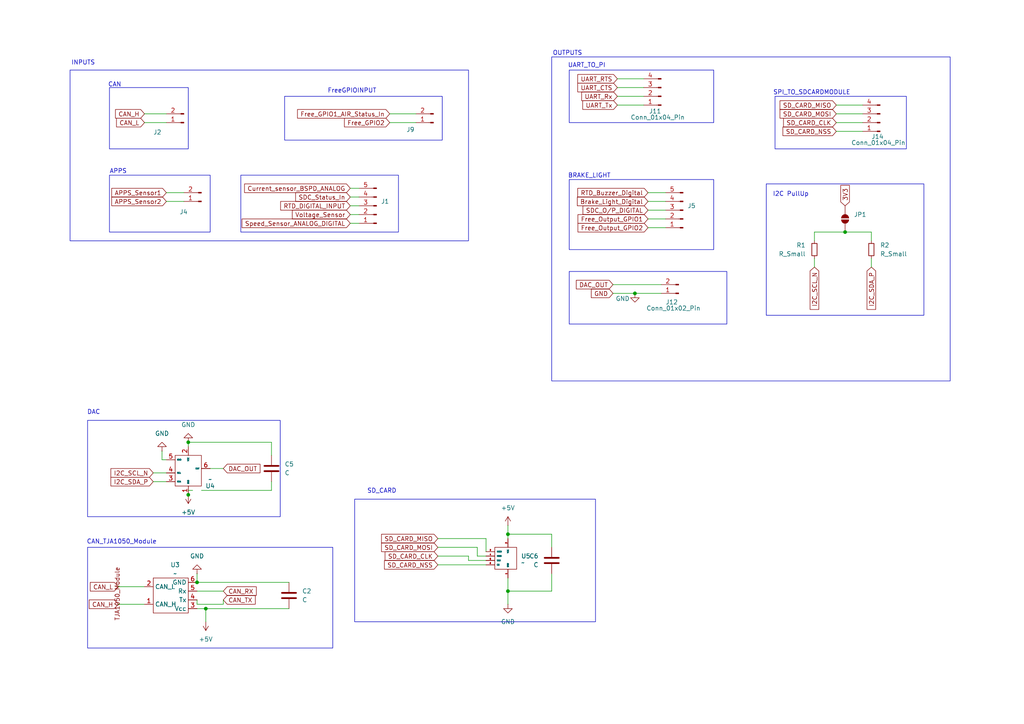
<source format=kicad_sch>
(kicad_sch (version 20231120) (generator "eeschema") (generator_version "8.0")
  (paper "A4")
  (lib_symbols
    (symbol "Connector:Conn_01x02_Pin" (pin_names (offset 1.016) hide)
      (property "Reference" "J" (at 0 2.54 0))
      (property "Value" "Conn_01x02_Pin" (at 0 -5.08 0))
      (symbol "Conn_01x02_Pin_1_1"
        (polyline (pts (xy 1.27 -2.54) (xy 0.8636 -2.54)) (stroke (width 0.1524)))
        (polyline (pts (xy 1.27 0) (xy 0.8636 0)) (stroke (width 0.1524)))
        (rectangle (start 0.8636 -2.413) (end 0 -2.667) (stroke (width 0.1524)) (fill (type outline)))
        (rectangle (start 0.8636 0.127) (end 0 -0.127) (stroke (width 0.1524)) (fill (type outline)))
        (pin passive line (at 5.08 0 180) (length 3.81) (name "Pin_1") (number "1"))
        (pin passive line (at 5.08 -2.54 180) (length 3.81) (name "Pin_2") (number "2"))
      )
    )
    (symbol "Connector:Conn_01x04_Pin" (pin_names (offset 1.016) hide)
      (property "Reference" "J" (at 0 5.08 0))
      (property "Value" "Conn_01x04_Pin" (at 0 -7.62 0))
      (symbol "Conn_01x04_Pin_1_1"
        (polyline (pts (xy 1.27 -5.08) (xy 0.8636 -5.08)) (stroke (width 0.1524)))
        (polyline (pts (xy 1.27 -2.54) (xy 0.8636 -2.54)) (stroke (width 0.1524)))
        (polyline (pts (xy 1.27 0) (xy 0.8636 0)) (stroke (width 0.1524)))
        (polyline (pts (xy 1.27 2.54) (xy 0.8636 2.54)) (stroke (width 0.1524)))
        (rectangle (start 0.8636 -4.953) (end 0 -5.207) (stroke (width 0.1524)) (fill (type outline)))
        (rectangle (start 0.8636 -2.413) (end 0 -2.667) (stroke (width 0.1524)) (fill (type outline)))
        (rectangle (start 0.8636 0.127) (end 0 -0.127) (stroke (width 0.1524)) (fill (type outline)))
        (rectangle (start 0.8636 2.667) (end 0 2.413) (stroke (width 0.1524)) (fill (type outline)))
        (pin passive line (at 5.08 2.54 180) (length 3.81) (name "Pin_1") (number "1"))
        (pin passive line (at 5.08 0 180) (length 3.81) (name "Pin_2") (number "2"))
        (pin passive line (at 5.08 -2.54 180) (length 3.81) (name "Pin_3") (number "3"))
        (pin passive line (at 5.08 -5.08 180) (length 3.81) (name "Pin_4") (number "4"))
      )
    )
    (symbol "Connector:Conn_01x05_Pin" (pin_names (offset 1.016) hide)
      (property "Reference" "J" (at 0 7.62 0))
      (property "Value" "Conn_01x05_Pin" (at 0 -7.62 0))
      (symbol "Conn_01x05_Pin_1_1"
        (polyline (pts (xy 1.27 -5.08) (xy 0.8636 -5.08)) (stroke (width 0.1524)))
        (polyline (pts (xy 1.27 -2.54) (xy 0.8636 -2.54)) (stroke (width 0.1524)))
        (polyline (pts (xy 1.27 0) (xy 0.8636 0)) (stroke (width 0.1524)))
        (polyline (pts (xy 1.27 2.54) (xy 0.8636 2.54)) (stroke (width 0.1524)))
        (polyline (pts (xy 1.27 5.08) (xy 0.8636 5.08)) (stroke (width 0.1524)))
        (rectangle (start 0.8636 -4.953) (end 0 -5.207) (stroke (width 0.1524)) (fill (type outline)))
        (rectangle (start 0.8636 -2.413) (end 0 -2.667) (stroke (width 0.1524)) (fill (type outline)))
        (rectangle (start 0.8636 0.127) (end 0 -0.127) (stroke (width 0.1524)) (fill (type outline)))
        (rectangle (start 0.8636 2.667) (end 0 2.413) (stroke (width 0.1524)) (fill (type outline)))
        (rectangle (start 0.8636 5.207) (end 0 4.953) (stroke (width 0.1524)) (fill (type outline)))
        (pin passive line (at 5.08 5.08 180) (length 3.81) (name "Pin_1") (number "1"))
        (pin passive line (at 5.08 2.54 180) (length 3.81) (name "Pin_2") (number "2"))
        (pin passive line (at 5.08 0 180) (length 3.81) (name "Pin_3") (number "3"))
        (pin passive line (at 5.08 -2.54 180) (length 3.81) (name "Pin_4") (number "4"))
        (pin passive line (at 5.08 -5.08 180) (length 3.81) (name "Pin_5") (number "5"))
      )
    )
    (symbol "Device:C" (pin_numbers hide) (pin_names (offset 0.254))
      (property "Reference" "C" (at 0.635 2.54 0))
      (property "Value" "C" (at 0.635 -2.54 0))
      (symbol "C_0_1"
        (polyline (pts (xy -2.032 -0.762) (xy 2.032 -0.762)) (stroke (width 0.508)))
        (polyline (pts (xy -2.032 0.762) (xy 2.032 0.762)) (stroke (width 0.508)))
      )
      (symbol "C_1_1"
        (pin passive line (at 0 3.81 270) (length 2.794) (name "~") (number "1"))
        (pin passive line (at 0 -3.81 90) (length 2.794) (name "~") (number "2"))
      )
    )
    (symbol "Device:R_Small" (pin_numbers hide) (pin_names (offset 0.254) hide)
      (property "Reference" "R" (at 0.762 0.508 0))
      (property "Value" "R_Small" (at 0.762 -1.016 0))
      (symbol "R_Small_0_1"
        (rectangle (start -0.762 1.778) (end 0.762 -1.778) (stroke (width 0.2032)))
      )
      (symbol "R_Small_1_1"
        (pin passive line (at 0 2.54 270) (length 0.762) (name "~") (number "1"))
        (pin passive line (at 0 -2.54 90) (length 0.762) (name "~") (number "2"))
      )
    )
    (symbol "Jumper:SolderJumper_2_Open" (pin_numbers hide) (pin_names (offset 0) hide) (exclude_from_sim yes) (in_bom no)
      (property "Reference" "JP" (at 0 2.032 0))
      (property "Value" "SolderJumper_2_Open" (at 0 -2.54 0))
      (symbol "SolderJumper_2_Open_0_1"
        (arc (start -0.254 1.016) (mid -1.2656 0) (end -0.254 -1.016))
        (arc (start -0.254 1.016) (mid -1.2656 0) (end -0.254 -1.016) (fill (type outline)))
        (polyline (pts (xy -0.254 1.016) (xy -0.254 -1.016)))
        (polyline (pts (xy 0.254 1.016) (xy 0.254 -1.016)))
        (arc (start 0.254 -1.016) (mid 1.2656 0) (end 0.254 1.016))
        (arc (start 0.254 -1.016) (mid 1.2656 0) (end 0.254 1.016) (fill (type outline)))
      )
      (symbol "SolderJumper_2_Open_1_1"
        (pin passive line (at -3.81 0 0) (length 2.54) (name "A") (number "1"))
        (pin passive line (at 3.81 0 180) (length 2.54) (name "B") (number "2"))
      )
    )
    (symbol "MCP4725_Module:mcp4725"
      (property "Reference" "U" (at 0 0 0))
      (symbol "mcp4725_0_1"
        (rectangle (start -3.81 5.08) (end 3.81 -3.81))
      )
      (symbol "mcp4725_1_1"
        (pin power_in line (at 0 7.62 270) (length 2.54) (name "GND") (number "1"))
        (pin power_in line (at 0 -6.35 90) (length 2.54) (name "VCC") (number "2"))
        (pin input line (at -6.35 3.81 0) (length 2.54) (name "SDA") (number "3"))
        (pin input line (at -6.35 1.27 0) (length 2.54) (name "SCL") (number "4"))
        (pin input line (at -6.35 -2.54 0) (length 2.54) (name "GND") (number "5"))
        (pin output line (at 6.35 0 180) (length 2.54) (name "OUT") (number "6"))
      )
    )
    (symbol "SDCardModule:SDCARD"
      (property "Reference" "U" (at 0 0 0))
      (symbol "SDCARD_0_1"
        (rectangle (start 0 -1.27) (end 6.35 -7.62))
      )
      (symbol "SDCARD_1_1"
        (pin power_in line (at 3.81 -10.16 90) (length 2.54) (name "GND") (number "1"))
        (pin power_in line (at 3.81 1.27 270) (length 2.54) (name "VCC") (number "2"))
        (pin output line (at -2.54 -2.54 0) (length 2.54) (name "MISO") (number "3"))
        (pin input line (at -2.54 -3.81 0) (length 2.54) (name "MOSI") (number "4"))
        (pin input line (at -2.54 -5.08 0) (length 2.54) (name "SCK") (number "5"))
        (pin input line (at -2.54 -6.35 0) (length 2.54) (name "CS") (number "6"))
      )
    )
    (symbol "TJA1050_Module:TJA1050_Module"
      (property "Reference" "U" (at 0 0 0))
      (symbol "TJA1050_Module_0_1"
        (rectangle (start -5.08 5.08) (end 5.08 -5.08))
      )
      (symbol "TJA1050_Module_1_1"
        (text "TJA1050_Module\n" (at 0.508 15.494 0) (effects (font (size 1.27 1.27))))
        (pin output line (at -2.54 7.62 270) (length 2.54) (name "CAN_H") (number "1"))
        (pin output line (at 2.54 7.62 270) (length 2.54) (name "CAN_L") (number "2"))
        (pin power_in line (at -3.81 -7.62 90) (length 2.54) (name "Vcc") (number "3"))
        (pin output line (at -1.27 -7.62 90) (length 2.54) (name "Tx") (number "4"))
        (pin input line (at 1.27 -7.62 90) (length 2.54) (name "Rx") (number "5"))
        (pin input line (at 3.81 -7.62 90) (length 2.54) (name "GND") (number "6"))
      )
    )
    (symbol "power:+5V" (power) (pin_numbers hide) (pin_names (offset 0) hide)
      (property "Value" "+5V" (at 0 3.556 0))
      (symbol "+5V_0_1"
        (polyline (pts (xy -0.762 1.27) (xy 0 2.54)))
        (polyline (pts (xy 0 0) (xy 0 2.54)))
        (polyline (pts (xy 0 2.54) (xy 0.762 1.27)))
      )
      (symbol "+5V_1_1"
        (pin power_in line (at 0 0 90) (length 0) (name "~") (number "1"))
      )
    )
    (symbol "power:GND" (power) (pin_numbers hide) (pin_names (offset 0) hide)
      (property "Value" "GND" (at 0 -3.81 0))
      (symbol "GND_0_1"
        (polyline (pts (xy 0 0) (xy 0 -1.27) (xy 1.27 -1.27) (xy 0 -2.54) (xy -1.27 -1.27) (xy 0 -1.27)))
      )
      (symbol "GND_1_1"
        (pin power_in line (at 0 0 270) (length 0) (name "~") (number "1"))
      )
    )
  )
  (junction (at 147.32 171.45))
  (junction (at 245.11 67.31))
  (junction (at 59.69 176.53))
  (junction (at 54.61 128.27))
  (junction (at 184.15 85.09))
  (junction (at 147.32 154.94))
  (junction (at 57.15 168.91))
  (junction (at 54.61 143.51))
  (wire (pts (xy 46.99 130.81) (xy 46.99 133.35)))
  (wire (pts (xy 59.69 176.53) (xy 59.69 180.34)))
  (wire (pts (xy 57.15 171.45) (xy 64.77 171.45)))
  (wire (pts (xy 187.96 63.5) (xy 193.04 63.5)))
  (wire (pts (xy 147.32 167.64) (xy 147.32 171.45)))
  (wire (pts (xy 177.8 85.09) (xy 184.15 85.09)))
  (wire (pts (xy 104.14 54.61) (xy 101.6 54.61)))
  (wire (pts (xy 127 156.21) (xy 140.97 156.21)))
  (wire (pts (xy 135.89 161.29) (xy 135.89 162.56)))
  (wire (pts (xy 60.96 135.89) (xy 64.77 135.89)))
  (wire (pts (xy 236.22 74.93) (xy 236.22 77.47)))
  (wire (pts (xy 48.26 58.42) (xy 53.34 58.42)))
  (wire (pts (xy 140.97 156.21) (xy 140.97 160.02)))
  (wire (pts (xy 138.43 158.75) (xy 138.43 161.29)))
  (wire (pts (xy 59.69 176.53) (xy 83.82 176.53)))
  (wire (pts (xy 252.73 69.85) (xy 252.73 67.31)))
  (wire (pts (xy 179.07 27.94) (xy 186.69 27.94)))
  (wire (pts (xy 64.77 175.26) (xy 64.77 173.99)))
  (wire (pts (xy 187.96 58.42) (xy 193.04 58.42)))
  (wire (pts (xy 54.61 143.51) (xy 54.61 142.24)))
  (wire (pts (xy 179.07 25.4) (xy 186.69 25.4)))
  (wire (pts (xy 138.43 161.29) (xy 140.97 161.29)))
  (wire (pts (xy 57.15 168.91) (xy 57.15 166.37)))
  (wire (pts (xy 55.88 142.24) (xy 54.61 142.24)))
  (wire (pts (xy 177.8 82.55) (xy 191.77 82.55)))
  (wire (pts (xy 160.02 166.37) (xy 160.02 171.45)))
  (wire (pts (xy 104.14 64.77) (xy 101.6 64.77)))
  (wire (pts (xy 242.57 30.48) (xy 250.19 30.48)))
  (wire (pts (xy 147.32 152.4) (xy 147.32 154.94)))
  (wire (pts (xy 147.32 171.45) (xy 147.32 175.26)))
  (wire (pts (xy 104.14 59.69) (xy 101.6 59.69)))
  (wire (pts (xy 34.29 175.26) (xy 41.91 175.26)))
  (wire (pts (xy 245.11 67.31) (xy 252.73 67.31)))
  (wire (pts (xy 44.45 139.7) (xy 48.26 139.7)))
  (wire (pts (xy 78.74 132.08) (xy 78.74 128.27)))
  (wire (pts (xy 46.99 133.35) (xy 48.26 133.35)))
  (wire (pts (xy 242.57 38.1) (xy 250.19 38.1)))
  (wire (pts (xy 57.15 176.53) (xy 59.69 176.53)))
  (wire (pts (xy 113.03 33.02) (xy 120.65 33.02)))
  (wire (pts (xy 78.74 139.7) (xy 78.74 142.24)))
  (wire (pts (xy 147.32 154.94) (xy 147.32 156.21)))
  (wire (pts (xy 54.61 128.27) (xy 78.74 128.27)))
  (wire (pts (xy 57.15 175.26) (xy 64.77 175.26)))
  (wire (pts (xy 127 158.75) (xy 138.43 158.75)))
  (wire (pts (xy 135.89 162.56) (xy 140.97 162.56)))
  (wire (pts (xy 54.61 129.54) (xy 54.61 128.27)))
  (wire (pts (xy 41.91 35.56) (xy 48.26 35.56)))
  (wire (pts (xy 160.02 158.75) (xy 160.02 154.94)))
  (wire (pts (xy 41.91 33.02) (xy 48.26 33.02)))
  (wire (pts (xy 147.32 154.94) (xy 160.02 154.94)))
  (wire (pts (xy 187.96 66.04) (xy 193.04 66.04)))
  (wire (pts (xy 187.96 55.88) (xy 193.04 55.88)))
  (wire (pts (xy 127 161.29) (xy 135.89 161.29)))
  (wire (pts (xy 187.96 60.96) (xy 193.04 60.96)))
  (wire (pts (xy 236.22 67.31) (xy 245.11 67.31)))
  (wire (pts (xy 78.74 142.24) (xy 58.42 142.24)))
  (wire (pts (xy 34.29 170.18) (xy 41.91 170.18)))
  (wire (pts (xy 179.07 22.86) (xy 186.69 22.86)))
  (wire (pts (xy 242.57 33.02) (xy 250.19 33.02)))
  (wire (pts (xy 242.57 35.56) (xy 250.19 35.56)))
  (wire (pts (xy 113.03 35.56) (xy 120.65 35.56)))
  (wire (pts (xy 252.73 74.93) (xy 252.73 77.47)))
  (wire (pts (xy 57.15 168.91) (xy 83.82 168.91)))
  (wire (pts (xy 236.22 69.85) (xy 236.22 67.31)))
  (wire (pts (xy 57.15 173.99) (xy 57.15 175.26)))
  (wire (pts (xy 104.14 62.23) (xy 101.6 62.23)))
  (wire (pts (xy 44.45 137.16) (xy 48.26 137.16)))
  (wire (pts (xy 160.02 171.45) (xy 147.32 171.45)))
  (wire (pts (xy 127 163.83) (xy 140.97 163.83)))
  (wire (pts (xy 48.26 55.88) (xy 53.34 55.88)))
  (wire (pts (xy 104.14 57.15) (xy 101.6 57.15)))
  (wire (pts (xy 184.15 85.09) (xy 191.77 85.09)))
  (wire (pts (xy 179.07 30.48) (xy 186.69 30.48)))
  (rectangle (start 31.75 50.8) (end 60.96 67.31))
  (rectangle (start 165.1 52.07) (end 207.01 72.39))
  (rectangle (start 25.4 158.75) (end 96.52 187.96))
  (rectangle (start 31.75 25.4) (end 54.61 43.18))
  (rectangle (start 224.79 27.94) (end 262.89 43.18))
  (rectangle (start 165.1 20.32) (end 207.01 35.56))
  (rectangle (start 69.85 50.8) (end 115.57 67.31))
  (rectangle (start 82.55 27.94) (end 128.27 40.64))
  (rectangle (start 222.25 53.34) (end 267.97 91.44))
  (rectangle (start 160.02 16.51) (end 275.59 110.49))
  (rectangle (start 165.1 78.74) (end 210.82 93.98))
  (rectangle (start 20.32 20.32) (end 135.89 69.85))
  (rectangle (start 102.87 144.78) (end 172.72 180.34))
  (rectangle (start 25.4 121.92) (end 81.28 149.86))
  (text "SD_CARD" (at 110.744 142.494 0) (effects (font (size 1.27 1.27))))
  (text "I2C PullUp\n" (at 229.362 56.388 0) (effects (font (size 1.27 1.27))))
  (text "INPUTS" (at 24.13 18.288 0) (effects (font (size 1.27 1.27))))
  (text "CAN_TJA1050_Module\n" (at 35.306 157.226 0) (effects (font (size 1.27 1.27))))
  (text "APPS\n" (at 34.29 49.784 0) (effects (font (size 1.27 1.27))))
  (text "CAN\n" (at 33.274 24.638 0) (effects (font (size 1.27 1.27))))
  (text "BRAKE_LIGHT" (at 170.942 51.054 0) (effects (font (size 1.27 1.27))))
  (text "FreeGPIOINPUT\n" (at 102.108 26.416 0) (effects (font (size 1.27 1.27))))
  (text "SPI_TO_SDCARDMODULE" (at 235.458 26.924 0) (effects (font (size 1.27 1.27))))
  (text "UART_TO_PI\n" (at 170.18 19.05 0) (effects (font (size 1.27 1.27))))
  (text "OUTPUTS" (at 164.592 15.494 0) (effects (font (size 1.27 1.27))))
  (text "DAC\n" (at 27.178 119.634 0) (effects (font (size 1.27 1.27))))
  (global_label "SDC_O{slash}P_DIGITAL" (shape input) (at 187.96 60.96 180) (property "Intersheetrefs" "${INTERSHEET_REFS}" (effects (hide yes))))
  (global_label "CAN_H" (shape input) (at 34.29 175.26 180) (property "Intersheetrefs" "${INTERSHEET_REFS}" (effects (hide yes))))
  (global_label "SD_CARD_MISO" (shape input) (at 242.57 30.48 180) (property "Intersheetrefs" "${INTERSHEET_REFS}" (effects (hide yes))))
  (global_label "I2C_SDA_P" (shape input) (at 252.73 77.47 270) (property "Intersheetrefs" "${INTERSHEET_REFS}" (effects (hide yes))))
  (global_label "Free_Output_GPIO1" (shape input) (at 187.96 63.5 180) (property "Intersheetrefs" "${INTERSHEET_REFS}" (effects (hide yes))))
  (global_label "Free_GPIO1_AIR_Status_In" (shape input) (at 113.03 33.02 180) (property "Intersheetrefs" "${INTERSHEET_REFS}" (effects (hide yes))))
  (global_label "SD_CARD_NSS" (shape input) (at 127 163.83 180) (property "Intersheetrefs" "${INTERSHEET_REFS}" (effects (hide yes))))
  (global_label "Speed_Sensor_ANALOG_DIGITAL" (shape input) (at 101.6 64.77 180) (property "Intersheetrefs" "${INTERSHEET_REFS}" (effects (hide yes))))
  (global_label "I2C_SCL_N" (shape input) (at 236.22 77.47 270) (property "Intersheetrefs" "${INTERSHEET_REFS}" (effects (hide yes))))
  (global_label "RTD_Buzzer_Digital" (shape input) (at 187.96 55.88 180) (property "Intersheetrefs" "${INTERSHEET_REFS}" (effects (hide yes))))
  (global_label "SDC_Status_In" (shape input) (at 101.6 57.15 180) (property "Intersheetrefs" "${INTERSHEET_REFS}" (effects (hide yes))))
  (global_label "I2C_SCL_N" (shape input) (at 44.45 137.16 180) (property "Intersheetrefs" "${INTERSHEET_REFS}" (effects (hide yes))))
  (global_label "SD_CARD_MOSI" (shape input) (at 242.57 33.02 180) (property "Intersheetrefs" "${INTERSHEET_REFS}" (effects (hide yes))))
  (global_label "UART_RTS" (shape input) (at 179.07 22.86 180) (property "Intersheetrefs" "${INTERSHEET_REFS}" (effects (hide yes))))
  (global_label "DAC_OUT" (shape input) (at 64.77 135.89 0) (property "Intersheetrefs" "${INTERSHEET_REFS}" (effects (hide yes))))
  (global_label "I2C_SDA_P" (shape input) (at 44.45 139.7 180) (property "Intersheetrefs" "${INTERSHEET_REFS}" (effects (hide yes))))
  (global_label "Current_sensor_BSPD_ANALOG" (shape input) (at 101.6 54.61 180) (property "Intersheetrefs" "${INTERSHEET_REFS}" (effects (hide yes))))
  (global_label "DAC_OUT" (shape input) (at 177.8 82.55 180) (property "Intersheetrefs" "${INTERSHEET_REFS}" (effects (hide yes))))
  (global_label "RTD_DIGITAL_INPUT" (shape input) (at 101.6 59.69 180) (property "Intersheetrefs" "${INTERSHEET_REFS}" (effects (hide yes))))
  (global_label "SD_CARD_NSS" (shape input) (at 242.57 38.1 180) (property "Intersheetrefs" "${INTERSHEET_REFS}" (effects (hide yes))))
  (global_label "SD_CARD_CLK" (shape input) (at 127 161.29 180) (property "Intersheetrefs" "${INTERSHEET_REFS}" (effects (hide yes))))
  (global_label "Free_Output_GPIO2" (shape input) (at 187.96 66.04 180) (property "Intersheetrefs" "${INTERSHEET_REFS}" (effects (hide yes))))
  (global_label "CAN_L" (shape input) (at 41.91 35.56 180) (property "Intersheetrefs" "${INTERSHEET_REFS}" (effects (hide yes))))
  (global_label "Voltage_Sensor" (shape input) (at 101.6 62.23 180) (property "Intersheetrefs" "${INTERSHEET_REFS}" (effects (hide yes))))
  (global_label "Free_GPIO2" (shape input) (at 113.03 35.56 180) (property "Intersheetrefs" "${INTERSHEET_REFS}" (effects (hide yes))))
  (global_label "UART_Rx" (shape input) (at 179.07 27.94 180) (property "Intersheetrefs" "${INTERSHEET_REFS}" (effects (hide yes))))
  (global_label "GND" (shape input) (at 177.8 85.09 180) (property "Intersheetrefs" "${INTERSHEET_REFS}" (effects (hide yes))))
  (global_label "SD_CARD_MISO" (shape input) (at 127 156.21 180) (property "Intersheetrefs" "${INTERSHEET_REFS}" (effects (hide yes))))
  (global_label "CAN_RX" (shape input) (at 64.77 171.45 0) (property "Intersheetrefs" "${INTERSHEET_REFS}" (effects (hide yes))))
  (global_label "SD_CARD_CLK" (shape input) (at 242.57 35.56 180) (property "Intersheetrefs" "${INTERSHEET_REFS}" (effects (hide yes))))
  (global_label "CAN_TX" (shape input) (at 64.77 173.99 0) (property "Intersheetrefs" "${INTERSHEET_REFS}" (effects (hide yes))))
  (global_label "CAN_L" (shape input) (at 34.29 170.18 180) (property "Intersheetrefs" "${INTERSHEET_REFS}" (effects (hide yes))))
  (global_label "Brake_Light_Digital" (shape input) (at 187.96 58.42 180) (property "Intersheetrefs" "${INTERSHEET_REFS}" (effects (hide yes))))
  (global_label "UART_Tx" (shape input) (at 179.07 30.48 180) (property "Intersheetrefs" "${INTERSHEET_REFS}" (effects (hide yes))))
  (global_label "3V3" (shape input) (at 245.11 59.69 90) (property "Intersheetrefs" "${INTERSHEET_REFS}" (effects (hide yes))))
  (global_label "UART_CTS" (shape input) (at 179.07 25.4 180) (property "Intersheetrefs" "${INTERSHEET_REFS}" (effects (hide yes))))
  (global_label "APPS_Sensor1" (shape input) (at 48.26 55.88 180) (property "Intersheetrefs" "${INTERSHEET_REFS}" (effects (hide yes))))
  (global_label "CAN_H" (shape input) (at 41.91 33.02 180) (property "Intersheetrefs" "${INTERSHEET_REFS}" (effects (hide yes))))
  (global_label "APPS_Sensor2" (shape input) (at 48.26 58.42 180) (property "Intersheetrefs" "${INTERSHEET_REFS}" (effects (hide yes))))
  (global_label "SD_CARD_MOSI" (shape input) (at 127 158.75 180) (property "Intersheetrefs" "${INTERSHEET_REFS}" (effects (hide yes))))
  (symbol (lib_id "TJA1050_Module:TJA1050_Module") (at 49.53 172.72 90) (unit 1)
    (property "Reference" "U3" (at 50.8 163.83 90))
    (property "Value" "~" (at 50.8 166.37 90))
    (property "Footprint" "TJA1050_Module:TJA1050_Module" (effects (hide yes)))
  )
  (symbol (lib_id "Device:R_Small") (at 236.22 72.39 0) (mirror y) (unit 1)
    (property "Reference" "R1" (at 233.68 71.1199 0) (effects (justify left)))
    (property "Value" "R_Small" (at 233.68 73.6599 0) (effects (justify left)))
    (property "Footprint" "Resistor_THT:R_Axial_DIN0204_L3.6mm_D1.6mm_P5.08mm_Horizontal" (effects (hide yes)))
    (property "Description" "Resistor, small symbol" (effects (hide yes)))
  )
  (symbol (lib_id "Device:C") (at 83.82 172.72 0) (unit 1)
    (property "Reference" "C2" (at 87.63 171.4499 0) (effects (justify left)))
    (property "Value" "C" (at 87.63 173.9899 0) (effects (justify left)))
    (property "Footprint" "Capacitor_THT:CP_Radial_D12.5mm_P7.50mm" (effects (hide yes)))
    (property "Description" "Unpolarized capacitor" (effects (hide yes)))
  )
  (symbol (lib_id "Device:C") (at 78.74 135.89 0) (unit 1)
    (property "Reference" "C5" (at 82.55 134.6199 0) (effects (justify left)))
    (property "Value" "C" (at 82.55 137.1599 0) (effects (justify left)))
    (property "Footprint" "Capacitor_THT:CP_Radial_D12.5mm_P7.50mm" (effects (hide yes)))
    (property "Description" "Unpolarized capacitor" (effects (hide yes)))
  )
  (symbol (lib_id "power:GND") (at 184.15 85.09 0) (unit 1)
    (property "Reference" "#PWR026" (effects (hide yes)))
    (property "Value" "GND" (at 180.594 86.614 0))
    (property "Description" "Power symbol creates a global label with name \"GND\" , ground" (effects (hide yes)))
  )
  (symbol (lib_id "Device:C") (at 160.02 162.56 0) (mirror y) (unit 1)
    (property "Reference" "C6" (at 156.21 161.2899 0) (effects (justify left)))
    (property "Value" "C" (at 156.21 163.8299 0) (effects (justify left)))
    (property "Footprint" "Capacitor_THT:CP_Radial_D12.5mm_P7.50mm" (effects (hide yes)))
    (property "Description" "Unpolarized capacitor" (effects (hide yes)))
  )
  (symbol (lib_id "Connector:Conn_01x02_Pin") (at 53.34 35.56 180) (unit 1)
    (property "Reference" "J2" (at 44.45 38.354 0) (effects (justify right)))
    (property "Value" "Conn_01x02_Pin" (effects (hide yes)))
    (property "Footprint" "TerminalBlock_Phoenix:TerminalBlock_Phoenix_MKDS-1,5-2-5.08_1x02_P5.08mm_Horizontal" (effects (hide yes)))
    (property "Description" "Generic connector, single row, 01x02, script generated" (effects (hide yes)))
  )
  (symbol (lib_id "power:GND") (at 147.32 175.26 0) (unit 1)
    (property "Reference" "#PWR028" (effects (hide yes)))
    (property "Value" "GND" (at 147.32 180.34 0))
    (property "Description" "Power symbol creates a global label with name \"GND\" , ground" (effects (hide yes)))
  )
  (symbol (lib_id "Jumper:SolderJumper_2_Open") (at 245.11 63.5 90) (unit 1) (exclude_from_sim yes) (in_bom no)
    (property "Reference" "JP1" (at 247.65 62.2299 90) (effects (justify right)))
    (property "Value" "SolderJumper_2_Open" (effects (hide yes)))
    (property "Footprint" "Connector_PinHeader_2.54mm:PinHeader_1x02_P2.54mm_Vertical" (effects (hide yes)))
    (property "Description" "Solder Jumper, 2-pole, open" (effects (hide yes)))
  )
  (symbol (lib_id "Connector:Conn_01x05_Pin") (at 109.22 59.69 180) (unit 1)
    (property "Reference" "J1" (at 110.49 58.4199 0) (effects (justify right)))
    (property "Value" "Conn_01x05_Pin" (effects (hide yes)))
    (property "Footprint" "Connector_PinHeader_2.54mm:PinHeader_1x05_P2.54mm_Vertical" (effects (hide yes)))
    (property "Description" "Generic connector, single row, 01x05, script generated" (effects (hide yes)))
  )
  (symbol (lib_id "SDCardModule:SDCARD") (at 143.51 157.48 0) (unit 1)
    (property "Reference" "U5" (at 151.13 161.2899 0) (effects (justify left)))
    (property "Value" "~" (at 151.13 163.195 0) (effects (justify left)))
    (property "Footprint" "sdcard_module:sdcard_module" (effects (hide yes)))
  )
  (symbol (lib_id "Connector:Conn_01x04_Pin") (at 191.77 27.94 180) (unit 1)
    (property "Reference" "J11" (at 188.214 32.258 0) (effects (justify right)))
    (property "Value" "Conn_01x04_Pin" (at 182.88 34.036 0) (effects (justify right)))
    (property "Footprint" "Connector_PinHeader_2.54mm:PinHeader_1x04_P2.54mm_Vertical" (effects (hide yes)))
    (property "Description" "Generic connector, single row, 01x04, script generated" (effects (hide yes)))
  )
  (symbol (lib_id "Connector:Conn_01x04_Pin") (at 255.27 35.56 180) (unit 1)
    (property "Reference" "J14" (at 252.73 39.624 0) (effects (justify right)))
    (property "Value" "Conn_01x04_Pin" (at 246.888 41.402 0) (effects (justify right)))
    (property "Footprint" "Connector_PinHeader_2.54mm:PinHeader_1x04_P2.54mm_Vertical" (effects (hide yes)))
    (property "Description" "Generic connector, single row, 01x04, script generated" (effects (hide yes)))
  )
  (symbol (lib_id "Connector:Conn_01x02_Pin") (at 125.73 35.56 180) (unit 1)
    (property "Reference" "J9" (at 117.856 37.592 0) (effects (justify right)))
    (property "Value" "Conn_01x02_Pin" (effects (hide yes)))
    (property "Footprint" "Connector_PinHeader_2.54mm:PinHeader_1x02_P2.54mm_Vertical" (effects (hide yes)))
    (property "Description" "Generic connector, single row, 01x02, script generated" (effects (hide yes)))
  )
  (symbol (lib_id "MCP4725_Module:mcp4725") (at 54.61 135.89 0) (mirror x) (unit 1)
    (property "Reference" "U4" (at 60.96 140.9386 0))
    (property "Value" "~" (at 60.96 139.0335 0))
    (property "Footprint" "MCP4725:MCP4725" (effects (hide yes)))
  )
  (symbol (lib_id "power:+5V") (at 59.69 180.34 180) (unit 1)
    (property "Reference" "#PWR06" (effects (hide yes)))
    (property "Value" "+5V" (at 59.69 185.42 0))
    (property "Description" "Power symbol creates a global label with name \"+5V\"" (effects (hide yes)))
  )
  (symbol (lib_id "power:GND") (at 46.99 130.81 180) (unit 1)
    (property "Reference" "#PWR03" (effects (hide yes)))
    (property "Value" "GND" (at 46.99 125.73 0))
    (property "Description" "Power symbol creates a global label with name \"GND\" , ground" (effects (hide yes)))
  )
  (symbol (lib_id "power:+5V") (at 147.32 152.4 0) (unit 1)
    (property "Reference" "#PWR027" (effects (hide yes)))
    (property "Value" "+5V" (at 147.32 147.32 0))
    (property "Description" "Power symbol creates a global label with name \"+5V\"" (effects (hide yes)))
  )
  (symbol (lib_id "Connector:Conn_01x02_Pin") (at 58.42 58.42 180) (unit 1)
    (property "Reference" "J4" (at 52.07 61.468 0) (effects (justify right)))
    (property "Value" "Conn_01x02_Pin" (effects (hide yes)))
    (property "Footprint" "Connector_PinHeader_2.54mm:PinHeader_1x02_P2.54mm_Vertical" (effects (hide yes)))
    (property "Description" "Generic connector, single row, 01x02, script generated" (effects (hide yes)))
  )
  (symbol (lib_id "power:+5V") (at 54.61 143.51 180) (unit 1)
    (property "Reference" "#PWR022" (effects (hide yes)))
    (property "Value" "+5V" (at 54.61 148.59 0))
    (property "Description" "Power symbol creates a global label with name \"+5V\"" (effects (hide yes)))
  )
  (symbol (lib_id "power:GND") (at 54.61 128.27 180) (unit 1)
    (property "Reference" "#PWR021" (effects (hide yes)))
    (property "Value" "GND" (at 54.61 123.19 0))
    (property "Description" "Power symbol creates a global label with name \"GND\" , ground" (effects (hide yes)))
  )
  (symbol (lib_id "Device:R_Small") (at 252.73 72.39 0) (unit 1)
    (property "Reference" "R2" (at 255.27 71.1199 0) (effects (justify left)))
    (property "Value" "R_Small" (at 255.27 73.6599 0) (effects (justify left)))
    (property "Footprint" "Resistor_THT:R_Axial_DIN0204_L3.6mm_D1.6mm_P5.08mm_Horizontal" (effects (hide yes)))
    (property "Description" "Resistor, small symbol" (effects (hide yes)))
  )
  (symbol (lib_id "Connector:Conn_01x02_Pin") (at 196.85 85.09 180) (unit 1)
    (property "Reference" "J12" (at 193.04 87.63 0) (effects (justify right)))
    (property "Value" "Conn_01x02_Pin" (at 187.452 89.408 0) (effects (justify right)))
    (property "Footprint" "TerminalBlock_Phoenix:TerminalBlock_Phoenix_MKDS-1,5-2-5.08_1x02_P5.08mm_Horizontal" (effects (hide yes)))
    (property "Description" "Generic connector, single row, 01x02, script generated" (effects (hide yes)))
  )
  (symbol (lib_id "power:GND") (at 57.15 166.37 180) (unit 1)
    (property "Reference" "#PWR05" (effects (hide yes)))
    (property "Value" "GND" (at 57.15 161.29 0))
    (property "Description" "Power symbol creates a global label with name \"GND\" , ground" (effects (hide yes)))
  )
  (symbol (lib_id "Connector:Conn_01x05_Pin") (at 198.12 60.96 180) (unit 1)
    (property "Reference" "J5" (at 199.39 59.6899 0) (effects (justify right)))
    (property "Value" "Conn_01x05_Pin" (effects (hide yes)))
    (property "Footprint" "Connector_PinHeader_2.54mm:PinHeader_1x05_P2.54mm_Vertical" (effects (hide yes)))
    (property "Description" "Generic connector, single row, 01x05, script generated" (effects (hide yes)))
  )
)
</source>
